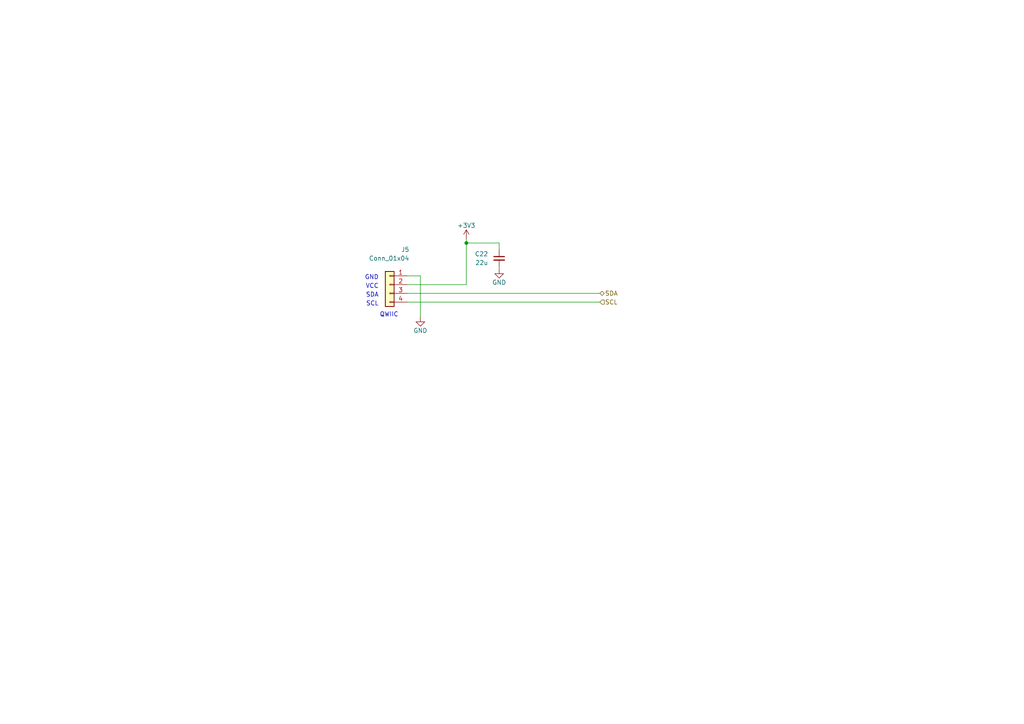
<source format=kicad_sch>
(kicad_sch (version 20231120) (generator "eeschema") (generator_version "8.0")
  (paper "A4")
  (lib_symbols
    (symbol "Connector_Generic:Conn_01x04" (pin_names (offset 1.016) hide)
      (property "Reference" "J" (at 0 5.08 0))
      (property "Value" "Conn_01x04" (at 0 -7.62 0))
      (symbol "Conn_01x04_1_1"
        (rectangle (start -1.27 -4.953) (end 0 -5.207) (stroke (width 0.1524)))
        (rectangle (start -1.27 -2.413) (end 0 -2.667) (stroke (width 0.1524)))
        (rectangle (start -1.27 0.127) (end 0 -0.127) (stroke (width 0.1524)))
        (rectangle (start -1.27 2.667) (end 0 2.413) (stroke (width 0.1524)))
        (rectangle (start -1.27 3.81) (end 1.27 -6.35) (stroke (width 0.254)) (fill (type background)))
        (pin passive line (at -5.08 2.54 0) (length 3.81) (name "Pin_1") (number "1"))
        (pin passive line (at -5.08 0 0) (length 3.81) (name "Pin_2") (number "2"))
        (pin passive line (at -5.08 -2.54 0) (length 3.81) (name "Pin_3") (number "3"))
        (pin passive line (at -5.08 -5.08 0) (length 3.81) (name "Pin_4") (number "4"))
      )
    )
    (symbol "Device:C_Small" (pin_numbers hide) (pin_names (offset 0.254) hide)
      (property "Reference" "C" (at 0.254 1.778 0))
      (property "Value" "C_Small" (at 0.254 -2.032 0))
      (symbol "C_Small_0_1"
        (polyline (pts (xy -1.524 -0.508) (xy 1.524 -0.508)) (stroke (width 0.3302)))
        (polyline (pts (xy -1.524 0.508) (xy 1.524 0.508)) (stroke (width 0.3048)))
      )
      (symbol "C_Small_1_1"
        (pin passive line (at 0 2.54 270) (length 2.032) (name "~") (number "1"))
        (pin passive line (at 0 -2.54 90) (length 2.032) (name "~") (number "2"))
      )
    )
    (symbol "power:+3.3V" (power) (pin_names (offset 0))
      (property "Value" "+3.3V" (at 0 3.556 0))
      (symbol "+3.3V_0_1"
        (polyline (pts (xy -0.762 1.27) (xy 0 2.54)))
        (polyline (pts (xy 0 0) (xy 0 2.54)))
        (polyline (pts (xy 0 2.54) (xy 0.762 1.27)))
      )
      (symbol "+3.3V_1_1"
        (pin power_in line (at 0 0 90) (length 0) hide (name "+3.3V") (number "1"))
      )
    )
    (symbol "power:GND" (power) (pin_names (offset 0))
      (property "Value" "GND" (at 0 -3.81 0))
      (symbol "GND_0_1"
        (polyline (pts (xy 0 0) (xy 0 -1.27) (xy 1.27 -1.27) (xy 0 -2.54) (xy -1.27 -1.27) (xy 0 -1.27)))
      )
      (symbol "GND_1_1"
        (pin power_in line (at 0 0 270) (length 0) hide (name "GND") (number "1"))
      )
    )
  )
  (junction (at 135.255 70.485))
  (wire (pts (xy 135.255 69.215) (xy 135.255 70.485)))
  (wire (pts (xy 135.255 70.485) (xy 135.255 82.55)))
  (wire (pts (xy 144.78 70.485) (xy 144.78 72.39)))
  (wire (pts (xy 121.92 80.01) (xy 121.92 92.075)))
  (wire (pts (xy 118.11 82.55) (xy 135.255 82.55)))
  (wire (pts (xy 118.11 80.01) (xy 121.92 80.01)))
  (wire (pts (xy 118.11 87.63) (xy 173.99 87.63)))
  (wire (pts (xy 118.11 85.09) (xy 173.99 85.09)))
  (wire (pts (xy 144.78 70.485) (xy 135.255 70.485)))
  (wire (pts (xy 144.78 78.105) (xy 144.78 77.47)))
  (text "VCC" (at 109.855 83.82 0) (effects (font (size 1.27 1.27)) (justify right bottom)))
  (text "SDA" (at 109.855 86.36 0) (effects (font (size 1.27 1.27)) (justify right bottom)))
  (text "SCL" (at 109.855 88.9 0) (effects (font (size 1.27 1.27)) (justify right bottom)))
  (text "QWIIC" (at 115.57 92.075 0) (effects (font (size 1.27 1.27)) (justify right bottom)))
  (text "GND" (at 109.855 81.28 0) (effects (font (size 1.27 1.27)) (justify right bottom)))
  (hierarchical_label "SCL" (shape input) (at 173.99 87.63 0))
  (hierarchical_label "SDA" (shape bidirectional) (at 173.99 85.09 0))
  (symbol (lib_id "Device:C_Small") (at 144.78 74.93 0) (mirror y) (unit 1)
    (property "Reference" "C22" (at 141.605 73.6663 0) (effects (justify left)))
    (property "Value" "22u" (at 141.605 76.2063 0) (effects (justify left)))
    (property "Footprint" "Capacitor_SMD:C_0805_2012Metric_Pad1.18x1.45mm_HandSolder" (effects (hide yes)))
  )
  (symbol (lib_id "Connector_Generic:Conn_01x04") (at 113.03 82.55 0) (mirror y) (unit 1)
    (property "Reference" "J5" (at 118.745 72.39 0) (effects (justify left)))
    (property "Value" "Conn_01x04" (at 118.745 74.93 0) (effects (justify left)))
    (property "Footprint" "Connector_JST:JST_SH_SM04B-SRSS-TB_1x04-1MP_P1.00mm_Horizontal" (effects (hide yes)))
  )
  (symbol (lib_id "power:GND") (at 121.92 92.075 0) (mirror y) (unit 1)
    (property "Reference" "#PWR043" (effects (hide yes)))
    (property "Value" "GND" (at 121.92 95.885 0))
  )
  (symbol (lib_id "power:GND") (at 144.78 78.105 0) (mirror y) (unit 1)
    (property "Reference" "#PWR059" (effects (hide yes)))
    (property "Value" "GND" (at 144.78 81.915 0))
  )
  (symbol (lib_id "power:+3.3V") (at 135.255 69.215 0) (mirror y) (unit 1)
    (property "Reference" "#PWR050" (effects (hide yes)))
    (property "Value" "+3V3" (at 135.255 65.405 0))
  )
)
</source>
